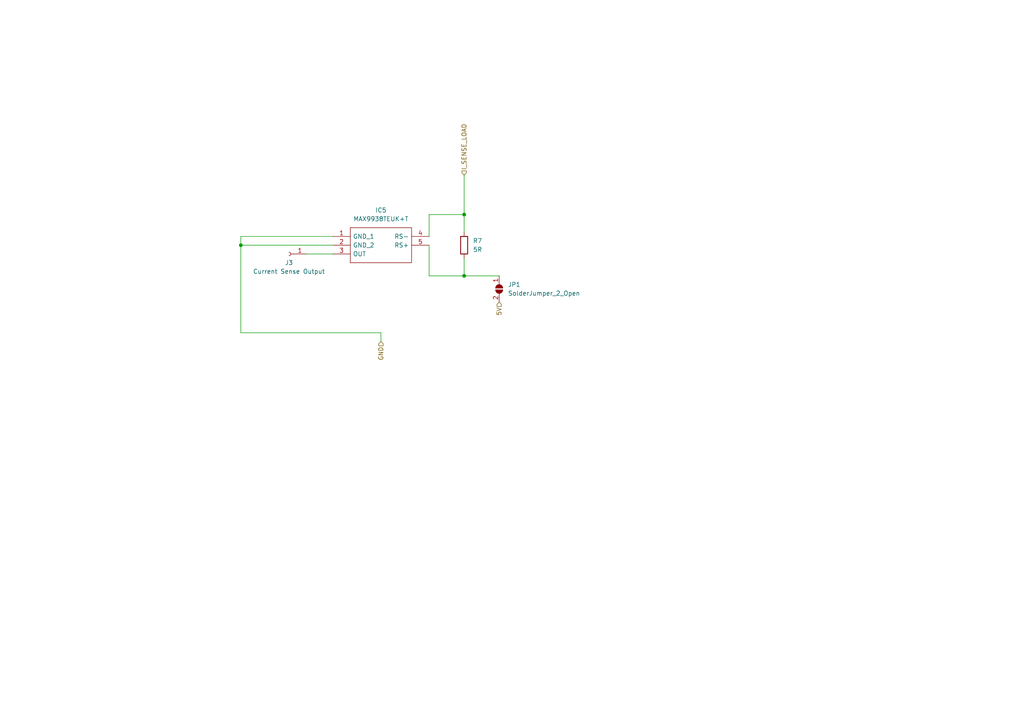
<source format=kicad_sch>
(kicad_sch (version 20211123) (generator eeschema)
  (paper "A4")
  (lib_symbols
    (symbol "Connector:Conn_01x01_Female" (pin_names (offset 1.016) hide)
      (property "Reference" "J" (at 0 2.54 0))
      (property "Value" "Conn_01x01_Female" (at 0 -2.54 0))
      (symbol "Conn_01x01_Female_1_1"
        (polyline (pts (xy -1.27 0) (xy -0.508 0)) (stroke (width 0.1524)))
        (arc (start 0 0.508) (mid -0.508 0) (end 0 -0.508) (stroke (width 0.1524)))
        (pin passive line (at -5.08 0 0) (length 3.81) (name "Pin_1") (number "1"))
      )
    )
    (symbol "Device:R" (pin_numbers hide) (pin_names (offset 0))
      (property "Reference" "R" (at 2.032 0 90))
      (property "Value" "R" (at 0 0 90))
      (symbol "R_0_1"
        (rectangle (start -1.016 -2.54) (end 1.016 2.54) (stroke (width 0.254)))
      )
      (symbol "R_1_1"
        (pin passive line (at 0 3.81 270) (length 1.27) (name "~") (number "1"))
        (pin passive line (at 0 -3.81 90) (length 1.27) (name "~") (number "2"))
      )
    )
    (symbol "Jumper:SolderJumper_2_Open" (pin_names (offset 0) hide)
      (property "Reference" "JP" (at 0 2.032 0))
      (property "Value" "SolderJumper_2_Open" (at 0 -2.54 0))
      (symbol "SolderJumper_2_Open_0_1"
        (arc (start -0.254 1.016) (mid -1.27 0) (end -0.254 -1.016))
        (arc (start -0.254 1.016) (mid -1.27 0) (end -0.254 -1.016) (fill (type outline)))
        (polyline (pts (xy -0.254 1.016) (xy -0.254 -1.016)))
        (polyline (pts (xy 0.254 1.016) (xy 0.254 -1.016)))
        (arc (start 0.254 -1.016) (mid 1.27 0) (end 0.254 1.016))
        (arc (start 0.254 -1.016) (mid 1.27 0) (end 0.254 1.016) (fill (type outline)))
      )
      (symbol "SolderJumper_2_Open_1_1"
        (pin passive line (at -3.81 0 0) (length 2.54) (name "A") (number "1"))
        (pin passive line (at 3.81 0 180) (length 2.54) (name "B") (number "2"))
      )
    )
    (symbol "MAX9938TEUK+T:MAX9938TEUK+T" (pin_names (offset 0.762))
      (property "Reference" "IC" (at 24.13 7.62 0))
      (property "Value" "MAX9938TEUK+T" (at 24.13 5.08 0))
      (symbol "MAX9938TEUK+T_0_0"
        (pin passive line (at 0 0 0) (length 5.08) (name "GND_1") (number "1"))
        (pin passive line (at 0 -2.54 0) (length 5.08) (name "GND_2") (number "2"))
        (pin passive line (at 0 -5.08 0) (length 5.08) (name "OUT") (number "3"))
        (pin passive line (at 27.94 0 180) (length 5.08) (name "RS-") (number "4"))
        (pin passive line (at 27.94 -2.54 180) (length 5.08) (name "RS+") (number "5"))
      )
      (symbol "MAX9938TEUK+T_0_1"
        (polyline (pts (xy 5.08 2.54) (xy 22.86 2.54) (xy 22.86 -7.62) (xy 5.08 -7.62) (xy 5.08 2.54)) (stroke (width 0.1524)))
      )
    )
  )
  (junction (at 134.62 80.01))
  (junction (at 134.62 62.23))
  (junction (at 69.85 71.12))
  (wire (pts (xy 69.85 68.58) (xy 96.52 68.58)))
  (wire (pts (xy 110.49 96.52) (xy 110.49 99.06)))
  (wire (pts (xy 69.85 71.12) (xy 69.85 96.52)))
  (wire (pts (xy 124.46 71.12) (xy 124.46 80.01)))
  (wire (pts (xy 134.62 62.23) (xy 134.62 67.31)))
  (wire (pts (xy 69.85 68.58) (xy 69.85 71.12)))
  (wire (pts (xy 124.46 80.01) (xy 134.62 80.01)))
  (wire (pts (xy 124.46 68.58) (xy 124.46 62.23)))
  (wire (pts (xy 134.62 74.93) (xy 134.62 80.01)))
  (wire (pts (xy 96.52 71.12) (xy 69.85 71.12)))
  (wire (pts (xy 144.78 80.01) (xy 134.62 80.01)))
  (wire (pts (xy 88.9 73.66) (xy 96.52 73.66)))
  (wire (pts (xy 69.85 96.52) (xy 110.49 96.52)))
  (wire (pts (xy 134.62 50.8) (xy 134.62 62.23)))
  (wire (pts (xy 124.46 62.23) (xy 134.62 62.23)))
  (hierarchical_label "GND" (shape input) (at 110.49 99.06 270))
  (hierarchical_label "I_SENSE_LOAD" (shape input) (at 134.62 50.8 90))
  (hierarchical_label "5V" (shape input) (at 144.78 87.63 270))
  (symbol (lib_id "Connector:Conn_01x01_Female") (at 83.82 73.66 180) (unit 1)
    (property "Reference" "J3" (at 83.82 76.2 0))
    (property "Value" "Current Sense Output" (at 83.82 78.74 0))
    (property "Footprint" "Connector_PinHeader_1.00mm:PinHeader_1x01_P1.00mm_Vertical" (effects hide))
  )
  (symbol (lib_id "Jumper:SolderJumper_2_Open") (at 144.78 83.82 270) (unit 1)
    (property "Reference" "JP1" (at 147.32 82.5499 90) (effects (justify left)))
    (property "Value" "SolderJumper_2_Open" (at 147.32 85.0899 90) (effects (justify left)))
    (property "Footprint" "Jumper:SolderJumper-2_P1.3mm_Open_Pad1.0x1.5mm" (effects hide))
  )
  (symbol (lib_id "MAX9938TEUK+T:MAX9938TEUK+T") (at 96.52 68.58 0) (unit 1)
    (property "Reference" "IC5" (at 110.49 60.96 0))
    (property "Value" "MAX9938TEUK+T" (at 110.49 63.5 0))
    (property "Footprint" "Sensor_Current:SOT95P280X145-5N" (effects hide))
    (property "Datasheet" "https://componentsearchengine.com/Datasheets/2/MAX9938TEUK+T.pdf" (effects hide))
    (property "Description" "MAXIM INTEGRATED PRODUCTS - MAX9938TEUK+T - Current Sense Amplifier, High Side, Precision, 1 Amplifier, 0.2 A, SOT-23, 5 Pins, -40 C, 85 C" (effects hide))
    (property "Height" "1.45" (effects hide))
    (property "Manufacturer_Name" "Maxim Integrated" (effects hide))
    (property "Manufacturer_Part_Number" "MAX9938TEUK+T" (effects hide))
    (property "Mouser Part Number" "700-MAX9938TEUK+T" (effects hide))
    (property "Mouser Price/Stock" "https://www.mouser.co.uk/ProductDetail/Maxim-Integrated/MAX9938TEUK%2bT?qs=1eQvB6Dk1viEZkNlhYV6Wg%3D%3D" (effects hide))
  )
  (symbol (lib_id "Device:R") (at 134.62 71.12 0) (unit 1)
    (property "Reference" "R7" (at 137.16 69.8499 0) (effects (justify left)))
    (property "Value" "5R" (at 137.16 72.3899 0) (effects (justify left)))
    (property "Footprint" "Resistor_SMD:R_0805_2012Metric_Pad1.20x1.40mm_HandSolder" (effects hide))
  )
)
</source>
